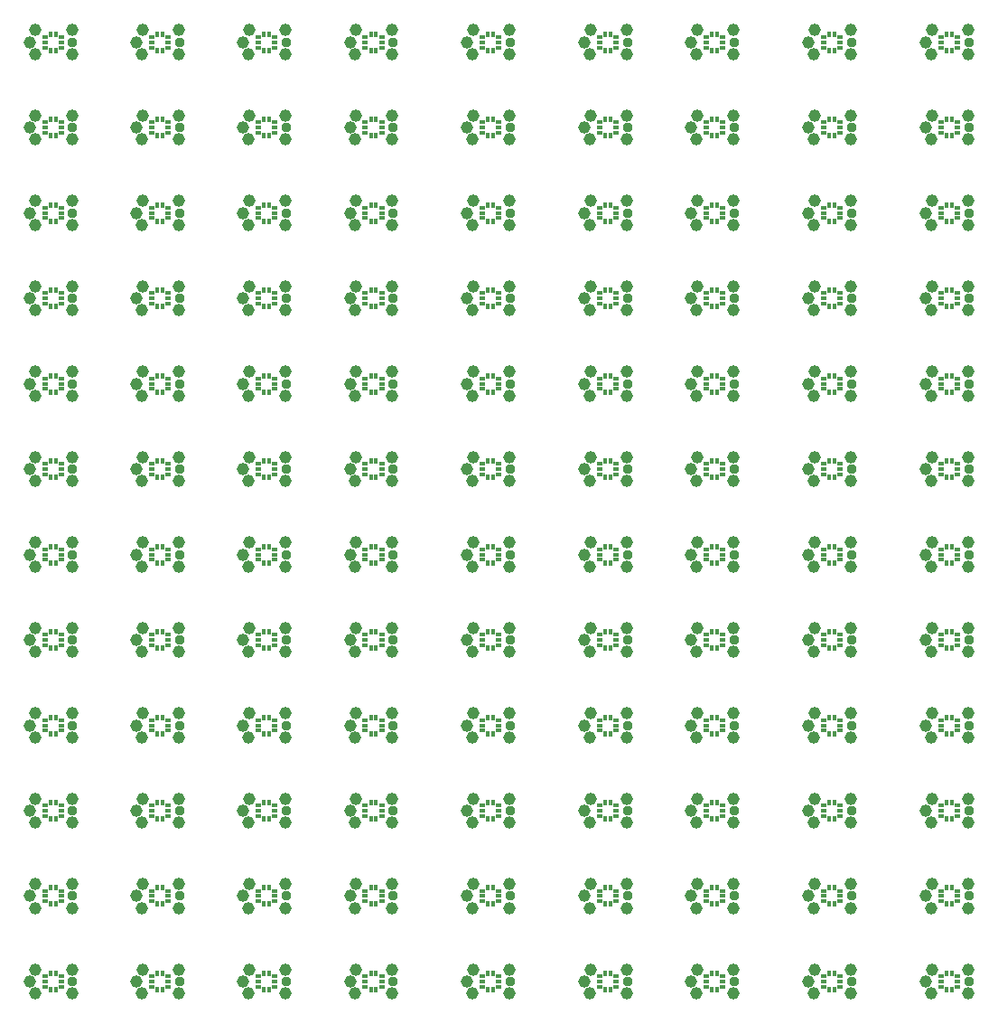
<source format=gts>
G75*
%MOIN*%
%OFA0B0*%
%FSLAX25Y25*%
%IPPOS*%
%LPD*%
%AMOC8*
5,1,8,0,0,1.08239X$1,22.5*
%
%ADD10C,0.04572*%
%ADD11R,0.01784X0.01883*%
%ADD12R,0.01883X0.01784*%
%ADD13C,0.03778*%
D10*
X0024135Y0024076D03*
X0022166Y0028465D03*
X0024253Y0032914D03*
X0037717Y0032914D03*
X0037757Y0024095D03*
X0061536Y0028465D03*
X0063505Y0024076D03*
X0063623Y0032914D03*
X0077087Y0032914D03*
X0077127Y0024095D03*
X0100906Y0028465D03*
X0102875Y0024076D03*
X0102993Y0032914D03*
X0116457Y0032914D03*
X0116497Y0024095D03*
X0140276Y0028465D03*
X0142245Y0024076D03*
X0142363Y0032914D03*
X0155828Y0032914D03*
X0155867Y0024095D03*
X0183583Y0028465D03*
X0185552Y0024076D03*
X0185670Y0032914D03*
X0199135Y0032914D03*
X0199174Y0024095D03*
X0226891Y0028465D03*
X0228859Y0024076D03*
X0228977Y0032914D03*
X0242442Y0032914D03*
X0242481Y0024095D03*
X0266261Y0028465D03*
X0268229Y0024076D03*
X0268347Y0032914D03*
X0281812Y0032914D03*
X0281851Y0024095D03*
X0309568Y0028465D03*
X0311536Y0024076D03*
X0311654Y0032914D03*
X0325119Y0032914D03*
X0325158Y0024095D03*
X0352875Y0028465D03*
X0354843Y0024076D03*
X0354961Y0032914D03*
X0368426Y0032914D03*
X0368465Y0024095D03*
X0368465Y0055591D03*
X0368426Y0064410D03*
X0354961Y0064410D03*
X0352875Y0059961D03*
X0354843Y0055572D03*
X0325158Y0055591D03*
X0325119Y0064410D03*
X0311654Y0064410D03*
X0309568Y0059961D03*
X0311536Y0055572D03*
X0281851Y0055591D03*
X0281812Y0064410D03*
X0268347Y0064410D03*
X0266261Y0059961D03*
X0268229Y0055572D03*
X0242481Y0055591D03*
X0242442Y0064410D03*
X0228977Y0064410D03*
X0226891Y0059961D03*
X0228859Y0055572D03*
X0199174Y0055591D03*
X0199135Y0064410D03*
X0185670Y0064410D03*
X0183583Y0059961D03*
X0185552Y0055572D03*
X0155867Y0055591D03*
X0155828Y0064410D03*
X0142363Y0064410D03*
X0140276Y0059961D03*
X0142245Y0055572D03*
X0116497Y0055591D03*
X0116457Y0064410D03*
X0102993Y0064410D03*
X0100906Y0059961D03*
X0102875Y0055572D03*
X0077127Y0055591D03*
X0077087Y0064410D03*
X0063623Y0064410D03*
X0061536Y0059961D03*
X0063505Y0055572D03*
X0037757Y0055591D03*
X0037717Y0064410D03*
X0024253Y0064410D03*
X0022166Y0059961D03*
X0024135Y0055572D03*
X0024135Y0087068D03*
X0022166Y0091457D03*
X0024253Y0095906D03*
X0037717Y0095906D03*
X0037757Y0087087D03*
X0061536Y0091457D03*
X0063623Y0095906D03*
X0063505Y0087068D03*
X0077127Y0087087D03*
X0077087Y0095906D03*
X0077127Y0118583D03*
X0077087Y0127402D03*
X0063623Y0127402D03*
X0061536Y0122954D03*
X0063505Y0118564D03*
X0037757Y0118583D03*
X0037717Y0127402D03*
X0024253Y0127402D03*
X0022166Y0122954D03*
X0024135Y0118564D03*
X0024135Y0150060D03*
X0022166Y0154450D03*
X0024253Y0158898D03*
X0037717Y0158898D03*
X0037757Y0150080D03*
X0061536Y0154450D03*
X0063505Y0150060D03*
X0063623Y0158898D03*
X0077087Y0158898D03*
X0077127Y0150080D03*
X0100906Y0154450D03*
X0102875Y0150060D03*
X0102993Y0158898D03*
X0116457Y0158898D03*
X0116497Y0150080D03*
X0116457Y0127402D03*
X0116497Y0118583D03*
X0102875Y0118564D03*
X0100906Y0122954D03*
X0102993Y0127402D03*
X0102993Y0095906D03*
X0100906Y0091457D03*
X0102875Y0087068D03*
X0116497Y0087087D03*
X0116457Y0095906D03*
X0140276Y0091457D03*
X0142363Y0095906D03*
X0142245Y0087068D03*
X0155867Y0087087D03*
X0155828Y0095906D03*
X0155867Y0118583D03*
X0155828Y0127402D03*
X0142363Y0127402D03*
X0140276Y0122954D03*
X0142245Y0118564D03*
X0142245Y0150060D03*
X0140276Y0154450D03*
X0142363Y0158898D03*
X0155828Y0158898D03*
X0155867Y0150080D03*
X0183583Y0154450D03*
X0185552Y0150060D03*
X0185670Y0158898D03*
X0199135Y0158898D03*
X0199174Y0150080D03*
X0199135Y0127402D03*
X0199174Y0118583D03*
X0185552Y0118564D03*
X0183583Y0122954D03*
X0185670Y0127402D03*
X0185670Y0095906D03*
X0183583Y0091457D03*
X0185552Y0087068D03*
X0199174Y0087087D03*
X0199135Y0095906D03*
X0226891Y0091457D03*
X0228977Y0095906D03*
X0228859Y0087068D03*
X0242481Y0087087D03*
X0242442Y0095906D03*
X0242481Y0118583D03*
X0242442Y0127402D03*
X0228977Y0127402D03*
X0226891Y0122954D03*
X0228859Y0118564D03*
X0228859Y0150060D03*
X0226891Y0154450D03*
X0228977Y0158898D03*
X0242442Y0158898D03*
X0242481Y0150080D03*
X0266261Y0154450D03*
X0268229Y0150060D03*
X0268347Y0158898D03*
X0281812Y0158898D03*
X0281851Y0150080D03*
X0281812Y0127402D03*
X0281851Y0118583D03*
X0268229Y0118564D03*
X0266261Y0122954D03*
X0268347Y0127402D03*
X0268347Y0095906D03*
X0266261Y0091457D03*
X0268229Y0087068D03*
X0281851Y0087087D03*
X0281812Y0095906D03*
X0309568Y0091457D03*
X0311654Y0095906D03*
X0311536Y0087068D03*
X0325158Y0087087D03*
X0325119Y0095906D03*
X0325158Y0118583D03*
X0325119Y0127402D03*
X0311654Y0127402D03*
X0309568Y0122954D03*
X0311536Y0118564D03*
X0311536Y0150060D03*
X0309568Y0154450D03*
X0311654Y0158898D03*
X0325119Y0158898D03*
X0325158Y0150080D03*
X0352875Y0154450D03*
X0354843Y0150060D03*
X0354961Y0158898D03*
X0368426Y0158898D03*
X0368465Y0150080D03*
X0368426Y0127402D03*
X0368465Y0118583D03*
X0354843Y0118564D03*
X0352875Y0122954D03*
X0354961Y0127402D03*
X0354961Y0095906D03*
X0352875Y0091457D03*
X0354843Y0087068D03*
X0368465Y0087087D03*
X0368426Y0095906D03*
X0368465Y0181576D03*
X0368426Y0190394D03*
X0354961Y0190394D03*
X0352875Y0185946D03*
X0354843Y0181556D03*
X0325158Y0181576D03*
X0325119Y0190394D03*
X0311654Y0190394D03*
X0309568Y0185946D03*
X0311536Y0181556D03*
X0281851Y0181576D03*
X0281812Y0190394D03*
X0268347Y0190394D03*
X0266261Y0185946D03*
X0268229Y0181556D03*
X0242481Y0181576D03*
X0242442Y0190394D03*
X0228977Y0190394D03*
X0226891Y0185946D03*
X0228859Y0181556D03*
X0199174Y0181576D03*
X0199135Y0190394D03*
X0185670Y0190394D03*
X0183583Y0185946D03*
X0185552Y0181556D03*
X0155867Y0181576D03*
X0155828Y0190394D03*
X0142363Y0190394D03*
X0140276Y0185946D03*
X0142245Y0181556D03*
X0116497Y0181576D03*
X0116457Y0190394D03*
X0102993Y0190394D03*
X0100906Y0185946D03*
X0102875Y0181556D03*
X0077127Y0181576D03*
X0077087Y0190394D03*
X0063623Y0190394D03*
X0061536Y0185946D03*
X0063505Y0181556D03*
X0037757Y0181576D03*
X0037717Y0190394D03*
X0024253Y0190394D03*
X0022166Y0185946D03*
X0024135Y0181556D03*
X0024135Y0213052D03*
X0022166Y0217442D03*
X0024253Y0221891D03*
X0037717Y0221891D03*
X0037757Y0213072D03*
X0061536Y0217442D03*
X0063505Y0213052D03*
X0063623Y0221891D03*
X0077087Y0221891D03*
X0077127Y0213072D03*
X0100906Y0217442D03*
X0102875Y0213052D03*
X0102993Y0221891D03*
X0116457Y0221891D03*
X0116497Y0213072D03*
X0140276Y0217442D03*
X0142245Y0213052D03*
X0142363Y0221891D03*
X0155828Y0221891D03*
X0155867Y0213072D03*
X0183583Y0217442D03*
X0185552Y0213052D03*
X0185670Y0221891D03*
X0199135Y0221891D03*
X0199174Y0213072D03*
X0226891Y0217442D03*
X0228859Y0213052D03*
X0228977Y0221891D03*
X0242442Y0221891D03*
X0242481Y0213072D03*
X0266261Y0217442D03*
X0268229Y0213052D03*
X0268347Y0221891D03*
X0281812Y0221891D03*
X0281851Y0213072D03*
X0309568Y0217442D03*
X0311536Y0213052D03*
X0311654Y0221891D03*
X0325119Y0221891D03*
X0325158Y0213072D03*
X0352875Y0217442D03*
X0354843Y0213052D03*
X0354961Y0221891D03*
X0368426Y0221891D03*
X0368465Y0213072D03*
X0368465Y0244568D03*
X0368426Y0253387D03*
X0354961Y0253387D03*
X0352875Y0248938D03*
X0354843Y0244548D03*
X0325158Y0244568D03*
X0325119Y0253387D03*
X0311654Y0253387D03*
X0309568Y0248938D03*
X0311536Y0244548D03*
X0281851Y0244568D03*
X0281812Y0253387D03*
X0268347Y0253387D03*
X0266261Y0248938D03*
X0268229Y0244548D03*
X0242481Y0244568D03*
X0242442Y0253387D03*
X0228977Y0253387D03*
X0226891Y0248938D03*
X0228859Y0244548D03*
X0199174Y0244568D03*
X0199135Y0253387D03*
X0185670Y0253387D03*
X0183583Y0248938D03*
X0185552Y0244548D03*
X0155867Y0244568D03*
X0155828Y0253387D03*
X0142363Y0253387D03*
X0140276Y0248938D03*
X0142245Y0244548D03*
X0116497Y0244568D03*
X0116457Y0253387D03*
X0102993Y0253387D03*
X0100906Y0248938D03*
X0102875Y0244548D03*
X0077127Y0244568D03*
X0077087Y0253387D03*
X0063623Y0253387D03*
X0061536Y0248938D03*
X0063505Y0244548D03*
X0037757Y0244568D03*
X0037717Y0253387D03*
X0024253Y0253387D03*
X0022166Y0248938D03*
X0024135Y0244548D03*
X0024135Y0276044D03*
X0022166Y0280434D03*
X0024253Y0284883D03*
X0037717Y0284883D03*
X0037757Y0276064D03*
X0061536Y0280434D03*
X0063505Y0276044D03*
X0063623Y0284883D03*
X0077087Y0284883D03*
X0077127Y0276064D03*
X0100906Y0280434D03*
X0102875Y0276044D03*
X0102993Y0284883D03*
X0116457Y0284883D03*
X0116497Y0276064D03*
X0140276Y0280434D03*
X0142245Y0276044D03*
X0142363Y0284883D03*
X0155828Y0284883D03*
X0155867Y0276064D03*
X0183583Y0280434D03*
X0185552Y0276044D03*
X0185670Y0284883D03*
X0199135Y0284883D03*
X0199174Y0276064D03*
X0226891Y0280434D03*
X0228859Y0276044D03*
X0228977Y0284883D03*
X0242442Y0284883D03*
X0242481Y0276064D03*
X0266261Y0280434D03*
X0268229Y0276044D03*
X0268347Y0284883D03*
X0281812Y0284883D03*
X0281851Y0276064D03*
X0309568Y0280434D03*
X0311536Y0276044D03*
X0311654Y0284883D03*
X0325119Y0284883D03*
X0325158Y0276064D03*
X0352875Y0280434D03*
X0354843Y0276044D03*
X0354961Y0284883D03*
X0368426Y0284883D03*
X0368465Y0276064D03*
X0368465Y0307560D03*
X0368426Y0316379D03*
X0354961Y0316379D03*
X0352875Y0311930D03*
X0354843Y0307540D03*
X0325158Y0307560D03*
X0325119Y0316379D03*
X0311654Y0316379D03*
X0309568Y0311930D03*
X0311536Y0307540D03*
X0281851Y0307560D03*
X0281812Y0316379D03*
X0268347Y0316379D03*
X0266261Y0311930D03*
X0268229Y0307540D03*
X0242481Y0307560D03*
X0242442Y0316379D03*
X0228977Y0316379D03*
X0226891Y0311930D03*
X0228859Y0307540D03*
X0199174Y0307560D03*
X0199135Y0316379D03*
X0185670Y0316379D03*
X0183583Y0311930D03*
X0185552Y0307540D03*
X0155867Y0307560D03*
X0155828Y0316379D03*
X0142363Y0316379D03*
X0140276Y0311930D03*
X0142245Y0307540D03*
X0116497Y0307560D03*
X0116457Y0316379D03*
X0102993Y0316379D03*
X0100906Y0311930D03*
X0102875Y0307540D03*
X0077127Y0307560D03*
X0077087Y0316379D03*
X0063623Y0316379D03*
X0061536Y0311930D03*
X0063505Y0307540D03*
X0037757Y0307560D03*
X0037717Y0316379D03*
X0024253Y0316379D03*
X0022166Y0311930D03*
X0024135Y0307540D03*
X0024135Y0339036D03*
X0022166Y0343426D03*
X0024253Y0347875D03*
X0037717Y0347875D03*
X0037757Y0339056D03*
X0061536Y0343426D03*
X0063505Y0339036D03*
X0063623Y0347875D03*
X0077087Y0347875D03*
X0077127Y0339056D03*
X0100906Y0343426D03*
X0102875Y0339036D03*
X0102993Y0347875D03*
X0116457Y0347875D03*
X0116497Y0339056D03*
X0140276Y0343426D03*
X0142245Y0339036D03*
X0142363Y0347875D03*
X0155828Y0347875D03*
X0155867Y0339056D03*
X0183583Y0343426D03*
X0185552Y0339036D03*
X0185670Y0347875D03*
X0199135Y0347875D03*
X0199174Y0339056D03*
X0226891Y0343426D03*
X0228859Y0339036D03*
X0228977Y0347875D03*
X0242442Y0347875D03*
X0242481Y0339056D03*
X0266261Y0343426D03*
X0268229Y0339036D03*
X0268347Y0347875D03*
X0281812Y0347875D03*
X0281851Y0339056D03*
X0309568Y0343426D03*
X0311536Y0339036D03*
X0311654Y0347875D03*
X0325119Y0347875D03*
X0325158Y0339056D03*
X0352875Y0343426D03*
X0354843Y0339036D03*
X0354961Y0347875D03*
X0368426Y0347875D03*
X0368465Y0339056D03*
X0368465Y0370552D03*
X0368426Y0379371D03*
X0354961Y0379371D03*
X0352875Y0374922D03*
X0354843Y0370532D03*
X0325158Y0370552D03*
X0325119Y0379371D03*
X0311654Y0379371D03*
X0309568Y0374922D03*
X0311536Y0370532D03*
X0281851Y0370552D03*
X0281812Y0379371D03*
X0268347Y0379371D03*
X0266261Y0374922D03*
X0268229Y0370532D03*
X0242481Y0370552D03*
X0242442Y0379371D03*
X0228977Y0379371D03*
X0226891Y0374922D03*
X0228859Y0370532D03*
X0199174Y0370552D03*
X0199135Y0379371D03*
X0185670Y0379371D03*
X0183583Y0374922D03*
X0185552Y0370532D03*
X0155867Y0370552D03*
X0155828Y0379371D03*
X0142363Y0379371D03*
X0140276Y0374922D03*
X0142245Y0370532D03*
X0116497Y0370552D03*
X0116457Y0379371D03*
X0102993Y0379371D03*
X0100906Y0374922D03*
X0102875Y0370532D03*
X0077127Y0370552D03*
X0077087Y0379371D03*
X0063623Y0379371D03*
X0061536Y0374922D03*
X0063505Y0370532D03*
X0037757Y0370552D03*
X0037717Y0379371D03*
X0024253Y0379371D03*
X0022166Y0374922D03*
X0024135Y0370532D03*
D11*
X0029843Y0371920D03*
X0031812Y0371920D03*
X0031812Y0377924D03*
X0029843Y0377924D03*
X0029843Y0346428D03*
X0031812Y0346428D03*
X0031812Y0340424D03*
X0029843Y0340424D03*
X0029843Y0314932D03*
X0031812Y0314932D03*
X0031812Y0308928D03*
X0029843Y0308928D03*
X0029843Y0283436D03*
X0031812Y0283436D03*
X0031812Y0277432D03*
X0029843Y0277432D03*
X0029843Y0251940D03*
X0031812Y0251940D03*
X0031812Y0245936D03*
X0029843Y0245936D03*
X0029843Y0220444D03*
X0031812Y0220444D03*
X0031812Y0214440D03*
X0029843Y0214440D03*
X0029843Y0188948D03*
X0031812Y0188948D03*
X0031812Y0182944D03*
X0029843Y0182944D03*
X0029843Y0157452D03*
X0031812Y0157452D03*
X0031812Y0151448D03*
X0029843Y0151448D03*
X0029843Y0125956D03*
X0031812Y0125956D03*
X0031812Y0119952D03*
X0029843Y0119952D03*
X0029843Y0094459D03*
X0031812Y0094459D03*
X0031812Y0088456D03*
X0029843Y0088456D03*
X0029843Y0062963D03*
X0031812Y0062963D03*
X0031812Y0056959D03*
X0029843Y0056959D03*
X0029843Y0031467D03*
X0031812Y0031467D03*
X0031812Y0025463D03*
X0029843Y0025463D03*
X0069213Y0025463D03*
X0071182Y0025463D03*
X0071182Y0031467D03*
X0069213Y0031467D03*
X0069213Y0056959D03*
X0071182Y0056959D03*
X0071182Y0062963D03*
X0069213Y0062963D03*
X0069213Y0088456D03*
X0071182Y0088456D03*
X0071182Y0094459D03*
X0069213Y0094459D03*
X0069213Y0119952D03*
X0071182Y0119952D03*
X0071182Y0125956D03*
X0069213Y0125956D03*
X0069213Y0151448D03*
X0071182Y0151448D03*
X0071182Y0157452D03*
X0069213Y0157452D03*
X0069213Y0182944D03*
X0071182Y0182944D03*
X0071182Y0188948D03*
X0069213Y0188948D03*
X0069213Y0214440D03*
X0071182Y0214440D03*
X0071182Y0220444D03*
X0069213Y0220444D03*
X0069213Y0245936D03*
X0071182Y0245936D03*
X0071182Y0251940D03*
X0069213Y0251940D03*
X0069213Y0277432D03*
X0071182Y0277432D03*
X0071182Y0283436D03*
X0069213Y0283436D03*
X0069213Y0308928D03*
X0071182Y0308928D03*
X0071182Y0314932D03*
X0069213Y0314932D03*
X0069213Y0340424D03*
X0071182Y0340424D03*
X0071182Y0346428D03*
X0069213Y0346428D03*
X0069213Y0371920D03*
X0071182Y0371920D03*
X0071182Y0377924D03*
X0069213Y0377924D03*
X0108583Y0377924D03*
X0110552Y0377924D03*
X0110552Y0371920D03*
X0108583Y0371920D03*
X0108583Y0346428D03*
X0110552Y0346428D03*
X0110552Y0340424D03*
X0108583Y0340424D03*
X0108583Y0314932D03*
X0110552Y0314932D03*
X0110552Y0308928D03*
X0108583Y0308928D03*
X0108583Y0283436D03*
X0110552Y0283436D03*
X0110552Y0277432D03*
X0108583Y0277432D03*
X0108583Y0251940D03*
X0110552Y0251940D03*
X0110552Y0245936D03*
X0108583Y0245936D03*
X0108583Y0220444D03*
X0110552Y0220444D03*
X0110552Y0214440D03*
X0108583Y0214440D03*
X0108583Y0188948D03*
X0110552Y0188948D03*
X0110552Y0182944D03*
X0108583Y0182944D03*
X0108583Y0157452D03*
X0110552Y0157452D03*
X0110552Y0151448D03*
X0108583Y0151448D03*
X0108583Y0125956D03*
X0110552Y0125956D03*
X0110552Y0119952D03*
X0108583Y0119952D03*
X0108583Y0094459D03*
X0110552Y0094459D03*
X0110552Y0088456D03*
X0108583Y0088456D03*
X0108583Y0062963D03*
X0110552Y0062963D03*
X0110552Y0056959D03*
X0108583Y0056959D03*
X0108583Y0031467D03*
X0110552Y0031467D03*
X0110552Y0025463D03*
X0108583Y0025463D03*
X0147954Y0025463D03*
X0149922Y0025463D03*
X0149922Y0031467D03*
X0147954Y0031467D03*
X0147954Y0056959D03*
X0149922Y0056959D03*
X0149922Y0062963D03*
X0147954Y0062963D03*
X0147954Y0088456D03*
X0149922Y0088456D03*
X0149922Y0094459D03*
X0147954Y0094459D03*
X0147954Y0119952D03*
X0149922Y0119952D03*
X0149922Y0125956D03*
X0147954Y0125956D03*
X0147954Y0151448D03*
X0149922Y0151448D03*
X0149922Y0157452D03*
X0147954Y0157452D03*
X0147954Y0182944D03*
X0149922Y0182944D03*
X0149922Y0188948D03*
X0147954Y0188948D03*
X0147954Y0214440D03*
X0149922Y0214440D03*
X0149922Y0220444D03*
X0147954Y0220444D03*
X0147954Y0245936D03*
X0149922Y0245936D03*
X0149922Y0251940D03*
X0147954Y0251940D03*
X0147954Y0277432D03*
X0149922Y0277432D03*
X0149922Y0283436D03*
X0147954Y0283436D03*
X0147954Y0308928D03*
X0149922Y0308928D03*
X0149922Y0314932D03*
X0147954Y0314932D03*
X0147954Y0340424D03*
X0149922Y0340424D03*
X0149922Y0346428D03*
X0147954Y0346428D03*
X0147954Y0371920D03*
X0149922Y0371920D03*
X0149922Y0377924D03*
X0147954Y0377924D03*
X0191261Y0377924D03*
X0193229Y0377924D03*
X0193229Y0371920D03*
X0191261Y0371920D03*
X0191261Y0346428D03*
X0193229Y0346428D03*
X0193229Y0340424D03*
X0191261Y0340424D03*
X0191261Y0314932D03*
X0193229Y0314932D03*
X0193229Y0308928D03*
X0191261Y0308928D03*
X0191261Y0283436D03*
X0193229Y0283436D03*
X0193229Y0277432D03*
X0191261Y0277432D03*
X0191261Y0251940D03*
X0193229Y0251940D03*
X0193229Y0245936D03*
X0191261Y0245936D03*
X0191261Y0220444D03*
X0193229Y0220444D03*
X0193229Y0214440D03*
X0191261Y0214440D03*
X0191261Y0188948D03*
X0193229Y0188948D03*
X0193229Y0182944D03*
X0191261Y0182944D03*
X0191261Y0157452D03*
X0193229Y0157452D03*
X0193229Y0151448D03*
X0191261Y0151448D03*
X0191261Y0125956D03*
X0193229Y0125956D03*
X0193229Y0119952D03*
X0191261Y0119952D03*
X0191261Y0094459D03*
X0193229Y0094459D03*
X0193229Y0088456D03*
X0191261Y0088456D03*
X0191261Y0062963D03*
X0193229Y0062963D03*
X0193229Y0056959D03*
X0191261Y0056959D03*
X0191261Y0031467D03*
X0193229Y0031467D03*
X0193229Y0025463D03*
X0191261Y0025463D03*
X0234568Y0025463D03*
X0236536Y0025463D03*
X0236536Y0031467D03*
X0234568Y0031467D03*
X0234568Y0056959D03*
X0236536Y0056959D03*
X0236536Y0062963D03*
X0234568Y0062963D03*
X0234568Y0088456D03*
X0236536Y0088456D03*
X0236536Y0094459D03*
X0234568Y0094459D03*
X0234568Y0119952D03*
X0236536Y0119952D03*
X0236536Y0125956D03*
X0234568Y0125956D03*
X0234568Y0151448D03*
X0236536Y0151448D03*
X0236536Y0157452D03*
X0234568Y0157452D03*
X0234568Y0182944D03*
X0236536Y0182944D03*
X0236536Y0188948D03*
X0234568Y0188948D03*
X0234568Y0214440D03*
X0236536Y0214440D03*
X0236536Y0220444D03*
X0234568Y0220444D03*
X0234568Y0245936D03*
X0236536Y0245936D03*
X0236536Y0251940D03*
X0234568Y0251940D03*
X0234568Y0277432D03*
X0236536Y0277432D03*
X0236536Y0283436D03*
X0234568Y0283436D03*
X0234568Y0308928D03*
X0236536Y0308928D03*
X0236536Y0314932D03*
X0234568Y0314932D03*
X0234568Y0340424D03*
X0236536Y0340424D03*
X0236536Y0346428D03*
X0234568Y0346428D03*
X0234568Y0371920D03*
X0236536Y0371920D03*
X0236536Y0377924D03*
X0234568Y0377924D03*
X0273938Y0377924D03*
X0275906Y0377924D03*
X0275906Y0371920D03*
X0273938Y0371920D03*
X0273938Y0346428D03*
X0275906Y0346428D03*
X0275906Y0340424D03*
X0273938Y0340424D03*
X0273938Y0314932D03*
X0275906Y0314932D03*
X0275906Y0308928D03*
X0273938Y0308928D03*
X0273938Y0283436D03*
X0275906Y0283436D03*
X0275906Y0277432D03*
X0273938Y0277432D03*
X0273938Y0251940D03*
X0275906Y0251940D03*
X0275906Y0245936D03*
X0273938Y0245936D03*
X0273938Y0220444D03*
X0275906Y0220444D03*
X0275906Y0214440D03*
X0273938Y0214440D03*
X0273938Y0188948D03*
X0275906Y0188948D03*
X0275906Y0182944D03*
X0273938Y0182944D03*
X0273938Y0157452D03*
X0275906Y0157452D03*
X0275906Y0151448D03*
X0273938Y0151448D03*
X0273938Y0125956D03*
X0275906Y0125956D03*
X0275906Y0119952D03*
X0273938Y0119952D03*
X0273938Y0094459D03*
X0275906Y0094459D03*
X0275906Y0088456D03*
X0273938Y0088456D03*
X0273938Y0062963D03*
X0275906Y0062963D03*
X0275906Y0056959D03*
X0273938Y0056959D03*
X0273938Y0031467D03*
X0275906Y0031467D03*
X0275906Y0025463D03*
X0273938Y0025463D03*
X0317245Y0025463D03*
X0319213Y0025463D03*
X0319213Y0031467D03*
X0317245Y0031467D03*
X0317245Y0056959D03*
X0319213Y0056959D03*
X0319213Y0062963D03*
X0317245Y0062963D03*
X0317245Y0088456D03*
X0319213Y0088456D03*
X0319213Y0094459D03*
X0317245Y0094459D03*
X0317245Y0119952D03*
X0319213Y0119952D03*
X0319213Y0125956D03*
X0317245Y0125956D03*
X0317245Y0151448D03*
X0319213Y0151448D03*
X0319213Y0157452D03*
X0317245Y0157452D03*
X0317245Y0182944D03*
X0319213Y0182944D03*
X0319213Y0188948D03*
X0317245Y0188948D03*
X0317245Y0214440D03*
X0319213Y0214440D03*
X0319213Y0220444D03*
X0317245Y0220444D03*
X0317245Y0245936D03*
X0319213Y0245936D03*
X0319213Y0251940D03*
X0317245Y0251940D03*
X0317245Y0277432D03*
X0319213Y0277432D03*
X0319213Y0283436D03*
X0317245Y0283436D03*
X0317245Y0308928D03*
X0319213Y0308928D03*
X0319213Y0314932D03*
X0317245Y0314932D03*
X0317245Y0340424D03*
X0319213Y0340424D03*
X0319213Y0346428D03*
X0317245Y0346428D03*
X0317245Y0371920D03*
X0319213Y0371920D03*
X0319213Y0377924D03*
X0317245Y0377924D03*
X0360552Y0377924D03*
X0362520Y0377924D03*
X0362520Y0371920D03*
X0360552Y0371920D03*
X0360552Y0346428D03*
X0362520Y0346428D03*
X0362520Y0340424D03*
X0360552Y0340424D03*
X0360552Y0314932D03*
X0362520Y0314932D03*
X0362520Y0308928D03*
X0360552Y0308928D03*
X0360552Y0283436D03*
X0362520Y0283436D03*
X0362520Y0277432D03*
X0360552Y0277432D03*
X0360552Y0251940D03*
X0362520Y0251940D03*
X0362520Y0245936D03*
X0360552Y0245936D03*
X0360552Y0220444D03*
X0362520Y0220444D03*
X0362520Y0214440D03*
X0360552Y0214440D03*
X0360552Y0188948D03*
X0362520Y0188948D03*
X0362520Y0182944D03*
X0360552Y0182944D03*
X0360552Y0157452D03*
X0362520Y0157452D03*
X0362520Y0151448D03*
X0360552Y0151448D03*
X0360552Y0125956D03*
X0362520Y0125956D03*
X0362520Y0119952D03*
X0360552Y0119952D03*
X0360552Y0094459D03*
X0362520Y0094459D03*
X0362520Y0088456D03*
X0360552Y0088456D03*
X0360552Y0062963D03*
X0362520Y0062963D03*
X0362520Y0056959D03*
X0360552Y0056959D03*
X0360552Y0031467D03*
X0362520Y0031467D03*
X0362520Y0025463D03*
X0360552Y0025463D03*
D12*
X0358534Y0026497D03*
X0358534Y0028465D03*
X0358534Y0030434D03*
X0364538Y0030434D03*
X0364538Y0028465D03*
X0364538Y0026497D03*
X0364538Y0057993D03*
X0364538Y0059961D03*
X0364538Y0061930D03*
X0358534Y0061930D03*
X0358534Y0059961D03*
X0358534Y0057993D03*
X0358534Y0089489D03*
X0358534Y0091457D03*
X0358534Y0093426D03*
X0364538Y0093426D03*
X0364538Y0091457D03*
X0364538Y0089489D03*
X0364538Y0120985D03*
X0364538Y0122954D03*
X0364538Y0124922D03*
X0358534Y0124922D03*
X0358534Y0122954D03*
X0358534Y0120985D03*
X0358534Y0152481D03*
X0358534Y0154450D03*
X0358534Y0156418D03*
X0364538Y0156418D03*
X0364538Y0154450D03*
X0364538Y0152481D03*
X0364538Y0183977D03*
X0364538Y0185946D03*
X0364538Y0187914D03*
X0358534Y0187914D03*
X0358534Y0185946D03*
X0358534Y0183977D03*
X0358534Y0215473D03*
X0358534Y0217442D03*
X0358534Y0219410D03*
X0364538Y0219410D03*
X0364538Y0217442D03*
X0364538Y0215473D03*
X0364538Y0246969D03*
X0364538Y0248938D03*
X0364538Y0250906D03*
X0358534Y0250906D03*
X0358534Y0248938D03*
X0358534Y0246969D03*
X0358534Y0278465D03*
X0358534Y0280434D03*
X0358534Y0282402D03*
X0364538Y0282402D03*
X0364538Y0280434D03*
X0364538Y0278465D03*
X0364538Y0309961D03*
X0364538Y0311930D03*
X0364538Y0313898D03*
X0358534Y0313898D03*
X0358534Y0311930D03*
X0358534Y0309961D03*
X0358534Y0341457D03*
X0358534Y0343426D03*
X0358534Y0345394D03*
X0364538Y0345394D03*
X0364538Y0343426D03*
X0364538Y0341457D03*
X0364538Y0372954D03*
X0364538Y0374922D03*
X0364538Y0376891D03*
X0358534Y0376891D03*
X0358534Y0374922D03*
X0358534Y0372954D03*
X0321231Y0372954D03*
X0321231Y0374922D03*
X0321231Y0376891D03*
X0315227Y0376891D03*
X0315227Y0374922D03*
X0315227Y0372954D03*
X0315227Y0345394D03*
X0315227Y0343426D03*
X0315227Y0341457D03*
X0321231Y0341457D03*
X0321231Y0343426D03*
X0321231Y0345394D03*
X0321231Y0313898D03*
X0321231Y0311930D03*
X0321231Y0309961D03*
X0315227Y0309961D03*
X0315227Y0311930D03*
X0315227Y0313898D03*
X0315227Y0282402D03*
X0315227Y0280434D03*
X0315227Y0278465D03*
X0321231Y0278465D03*
X0321231Y0280434D03*
X0321231Y0282402D03*
X0321231Y0250906D03*
X0321231Y0248938D03*
X0321231Y0246969D03*
X0315227Y0246969D03*
X0315227Y0248938D03*
X0315227Y0250906D03*
X0315227Y0219410D03*
X0315227Y0217442D03*
X0315227Y0215473D03*
X0321231Y0215473D03*
X0321231Y0217442D03*
X0321231Y0219410D03*
X0321231Y0187914D03*
X0321231Y0185946D03*
X0321231Y0183977D03*
X0315227Y0183977D03*
X0315227Y0185946D03*
X0315227Y0187914D03*
X0315227Y0156418D03*
X0315227Y0154450D03*
X0315227Y0152481D03*
X0321231Y0152481D03*
X0321231Y0154450D03*
X0321231Y0156418D03*
X0321231Y0124922D03*
X0321231Y0122954D03*
X0321231Y0120985D03*
X0315227Y0120985D03*
X0315227Y0122954D03*
X0315227Y0124922D03*
X0315227Y0093426D03*
X0315227Y0091457D03*
X0315227Y0089489D03*
X0321231Y0089489D03*
X0321231Y0091457D03*
X0321231Y0093426D03*
X0321231Y0061930D03*
X0321231Y0059961D03*
X0321231Y0057993D03*
X0315227Y0057993D03*
X0315227Y0059961D03*
X0315227Y0061930D03*
X0315227Y0030434D03*
X0315227Y0028465D03*
X0315227Y0026497D03*
X0321231Y0026497D03*
X0321231Y0028465D03*
X0321231Y0030434D03*
X0277924Y0030434D03*
X0277924Y0028465D03*
X0277924Y0026497D03*
X0271920Y0026497D03*
X0271920Y0028465D03*
X0271920Y0030434D03*
X0271920Y0057993D03*
X0271920Y0059961D03*
X0271920Y0061930D03*
X0277924Y0061930D03*
X0277924Y0059961D03*
X0277924Y0057993D03*
X0277924Y0089489D03*
X0277924Y0091457D03*
X0277924Y0093426D03*
X0271920Y0093426D03*
X0271920Y0091457D03*
X0271920Y0089489D03*
X0271920Y0120985D03*
X0271920Y0122954D03*
X0271920Y0124922D03*
X0277924Y0124922D03*
X0277924Y0122954D03*
X0277924Y0120985D03*
X0277924Y0152481D03*
X0277924Y0154450D03*
X0277924Y0156418D03*
X0271920Y0156418D03*
X0271920Y0154450D03*
X0271920Y0152481D03*
X0271920Y0183977D03*
X0271920Y0185946D03*
X0271920Y0187914D03*
X0277924Y0187914D03*
X0277924Y0185946D03*
X0277924Y0183977D03*
X0277924Y0215473D03*
X0277924Y0217442D03*
X0277924Y0219410D03*
X0271920Y0219410D03*
X0271920Y0217442D03*
X0271920Y0215473D03*
X0271920Y0246969D03*
X0271920Y0248938D03*
X0271920Y0250906D03*
X0277924Y0250906D03*
X0277924Y0248938D03*
X0277924Y0246969D03*
X0277924Y0278465D03*
X0277924Y0280434D03*
X0277924Y0282402D03*
X0271920Y0282402D03*
X0271920Y0280434D03*
X0271920Y0278465D03*
X0271920Y0309961D03*
X0271920Y0311930D03*
X0271920Y0313898D03*
X0277924Y0313898D03*
X0277924Y0311930D03*
X0277924Y0309961D03*
X0277924Y0341457D03*
X0277924Y0343426D03*
X0277924Y0345394D03*
X0271920Y0345394D03*
X0271920Y0343426D03*
X0271920Y0341457D03*
X0271920Y0372954D03*
X0271920Y0374922D03*
X0271920Y0376891D03*
X0277924Y0376891D03*
X0277924Y0374922D03*
X0277924Y0372954D03*
X0238554Y0372954D03*
X0238554Y0374922D03*
X0238554Y0376891D03*
X0232550Y0376891D03*
X0232550Y0374922D03*
X0232550Y0372954D03*
X0232550Y0345394D03*
X0232550Y0343426D03*
X0232550Y0341457D03*
X0238554Y0341457D03*
X0238554Y0343426D03*
X0238554Y0345394D03*
X0238554Y0313898D03*
X0238554Y0311930D03*
X0238554Y0309961D03*
X0232550Y0309961D03*
X0232550Y0311930D03*
X0232550Y0313898D03*
X0232550Y0282402D03*
X0232550Y0280434D03*
X0232550Y0278465D03*
X0238554Y0278465D03*
X0238554Y0280434D03*
X0238554Y0282402D03*
X0238554Y0250906D03*
X0238554Y0248938D03*
X0238554Y0246969D03*
X0232550Y0246969D03*
X0232550Y0248938D03*
X0232550Y0250906D03*
X0232550Y0219410D03*
X0232550Y0217442D03*
X0232550Y0215473D03*
X0238554Y0215473D03*
X0238554Y0217442D03*
X0238554Y0219410D03*
X0238554Y0187914D03*
X0238554Y0185946D03*
X0238554Y0183977D03*
X0232550Y0183977D03*
X0232550Y0185946D03*
X0232550Y0187914D03*
X0232550Y0156418D03*
X0232550Y0154450D03*
X0232550Y0152481D03*
X0238554Y0152481D03*
X0238554Y0154450D03*
X0238554Y0156418D03*
X0238554Y0124922D03*
X0238554Y0122954D03*
X0238554Y0120985D03*
X0232550Y0120985D03*
X0232550Y0122954D03*
X0232550Y0124922D03*
X0232550Y0093426D03*
X0232550Y0091457D03*
X0232550Y0089489D03*
X0238554Y0089489D03*
X0238554Y0091457D03*
X0238554Y0093426D03*
X0238554Y0061930D03*
X0238554Y0059961D03*
X0238554Y0057993D03*
X0232550Y0057993D03*
X0232550Y0059961D03*
X0232550Y0061930D03*
X0232550Y0030434D03*
X0232550Y0028465D03*
X0232550Y0026497D03*
X0238554Y0026497D03*
X0238554Y0028465D03*
X0238554Y0030434D03*
X0195247Y0030434D03*
X0195247Y0028465D03*
X0195247Y0026497D03*
X0189243Y0026497D03*
X0189243Y0028465D03*
X0189243Y0030434D03*
X0189243Y0057993D03*
X0189243Y0059961D03*
X0189243Y0061930D03*
X0195247Y0061930D03*
X0195247Y0059961D03*
X0195247Y0057993D03*
X0195247Y0089489D03*
X0195247Y0091457D03*
X0195247Y0093426D03*
X0189243Y0093426D03*
X0189243Y0091457D03*
X0189243Y0089489D03*
X0189243Y0120985D03*
X0189243Y0122954D03*
X0189243Y0124922D03*
X0195247Y0124922D03*
X0195247Y0122954D03*
X0195247Y0120985D03*
X0195247Y0152481D03*
X0195247Y0154450D03*
X0195247Y0156418D03*
X0189243Y0156418D03*
X0189243Y0154450D03*
X0189243Y0152481D03*
X0189243Y0183977D03*
X0189243Y0185946D03*
X0189243Y0187914D03*
X0195247Y0187914D03*
X0195247Y0185946D03*
X0195247Y0183977D03*
X0195247Y0215473D03*
X0195247Y0217442D03*
X0195247Y0219410D03*
X0189243Y0219410D03*
X0189243Y0217442D03*
X0189243Y0215473D03*
X0189243Y0246969D03*
X0189243Y0248938D03*
X0189243Y0250906D03*
X0195247Y0250906D03*
X0195247Y0248938D03*
X0195247Y0246969D03*
X0195247Y0278465D03*
X0195247Y0280434D03*
X0195247Y0282402D03*
X0189243Y0282402D03*
X0189243Y0280434D03*
X0189243Y0278465D03*
X0189243Y0309961D03*
X0189243Y0311930D03*
X0189243Y0313898D03*
X0195247Y0313898D03*
X0195247Y0311930D03*
X0195247Y0309961D03*
X0195247Y0341457D03*
X0195247Y0343426D03*
X0195247Y0345394D03*
X0189243Y0345394D03*
X0189243Y0343426D03*
X0189243Y0341457D03*
X0189243Y0372954D03*
X0189243Y0374922D03*
X0189243Y0376891D03*
X0195247Y0376891D03*
X0195247Y0374922D03*
X0195247Y0372954D03*
X0151940Y0372954D03*
X0151940Y0374922D03*
X0151940Y0376891D03*
X0145936Y0376891D03*
X0145936Y0374922D03*
X0145936Y0372954D03*
X0145936Y0345394D03*
X0145936Y0343426D03*
X0145936Y0341457D03*
X0151940Y0341457D03*
X0151940Y0343426D03*
X0151940Y0345394D03*
X0151940Y0313898D03*
X0151940Y0311930D03*
X0151940Y0309961D03*
X0145936Y0309961D03*
X0145936Y0311930D03*
X0145936Y0313898D03*
X0145936Y0282402D03*
X0145936Y0280434D03*
X0145936Y0278465D03*
X0151940Y0278465D03*
X0151940Y0280434D03*
X0151940Y0282402D03*
X0151940Y0250906D03*
X0151940Y0248938D03*
X0151940Y0246969D03*
X0145936Y0246969D03*
X0145936Y0248938D03*
X0145936Y0250906D03*
X0145936Y0219410D03*
X0145936Y0217442D03*
X0145936Y0215473D03*
X0151940Y0215473D03*
X0151940Y0217442D03*
X0151940Y0219410D03*
X0151940Y0187914D03*
X0151940Y0185946D03*
X0151940Y0183977D03*
X0145936Y0183977D03*
X0145936Y0185946D03*
X0145936Y0187914D03*
X0145936Y0156418D03*
X0145936Y0154450D03*
X0145936Y0152481D03*
X0151940Y0152481D03*
X0151940Y0154450D03*
X0151940Y0156418D03*
X0151940Y0124922D03*
X0151940Y0122954D03*
X0151940Y0120985D03*
X0145936Y0120985D03*
X0145936Y0122954D03*
X0145936Y0124922D03*
X0145936Y0093426D03*
X0145936Y0091457D03*
X0145936Y0089489D03*
X0151940Y0089489D03*
X0151940Y0091457D03*
X0151940Y0093426D03*
X0151940Y0061930D03*
X0151940Y0059961D03*
X0151940Y0057993D03*
X0145936Y0057993D03*
X0145936Y0059961D03*
X0145936Y0061930D03*
X0145936Y0030434D03*
X0145936Y0028465D03*
X0145936Y0026497D03*
X0151940Y0026497D03*
X0151940Y0028465D03*
X0151940Y0030434D03*
X0112570Y0030434D03*
X0112570Y0028465D03*
X0112570Y0026497D03*
X0106566Y0026497D03*
X0106566Y0028465D03*
X0106566Y0030434D03*
X0106566Y0057993D03*
X0106566Y0059961D03*
X0106566Y0061930D03*
X0112570Y0061930D03*
X0112570Y0059961D03*
X0112570Y0057993D03*
X0112570Y0089489D03*
X0112570Y0091457D03*
X0112570Y0093426D03*
X0106566Y0093426D03*
X0106566Y0091457D03*
X0106566Y0089489D03*
X0106566Y0120985D03*
X0106566Y0122954D03*
X0106566Y0124922D03*
X0112570Y0124922D03*
X0112570Y0122954D03*
X0112570Y0120985D03*
X0112570Y0152481D03*
X0112570Y0154450D03*
X0112570Y0156418D03*
X0106566Y0156418D03*
X0106566Y0154450D03*
X0106566Y0152481D03*
X0106566Y0183977D03*
X0106566Y0185946D03*
X0106566Y0187914D03*
X0112570Y0187914D03*
X0112570Y0185946D03*
X0112570Y0183977D03*
X0112570Y0215473D03*
X0112570Y0217442D03*
X0112570Y0219410D03*
X0106566Y0219410D03*
X0106566Y0217442D03*
X0106566Y0215473D03*
X0106566Y0246969D03*
X0106566Y0248938D03*
X0106566Y0250906D03*
X0112570Y0250906D03*
X0112570Y0248938D03*
X0112570Y0246969D03*
X0112570Y0278465D03*
X0112570Y0280434D03*
X0112570Y0282402D03*
X0106566Y0282402D03*
X0106566Y0280434D03*
X0106566Y0278465D03*
X0106566Y0309961D03*
X0106566Y0311930D03*
X0106566Y0313898D03*
X0112570Y0313898D03*
X0112570Y0311930D03*
X0112570Y0309961D03*
X0112570Y0341457D03*
X0112570Y0343426D03*
X0112570Y0345394D03*
X0106566Y0345394D03*
X0106566Y0343426D03*
X0106566Y0341457D03*
X0106566Y0372954D03*
X0106566Y0374922D03*
X0106566Y0376891D03*
X0112570Y0376891D03*
X0112570Y0374922D03*
X0112570Y0372954D03*
X0073200Y0372954D03*
X0073200Y0374922D03*
X0073200Y0376891D03*
X0067196Y0376891D03*
X0067196Y0374922D03*
X0067196Y0372954D03*
X0067196Y0345394D03*
X0067196Y0343426D03*
X0067196Y0341457D03*
X0073200Y0341457D03*
X0073200Y0343426D03*
X0073200Y0345394D03*
X0073200Y0313898D03*
X0073200Y0311930D03*
X0073200Y0309961D03*
X0067196Y0309961D03*
X0067196Y0311930D03*
X0067196Y0313898D03*
X0067196Y0282402D03*
X0067196Y0280434D03*
X0067196Y0278465D03*
X0073200Y0278465D03*
X0073200Y0280434D03*
X0073200Y0282402D03*
X0073200Y0250906D03*
X0073200Y0248938D03*
X0073200Y0246969D03*
X0067196Y0246969D03*
X0067196Y0248938D03*
X0067196Y0250906D03*
X0067196Y0219410D03*
X0067196Y0217442D03*
X0067196Y0215473D03*
X0073200Y0215473D03*
X0073200Y0217442D03*
X0073200Y0219410D03*
X0073200Y0187914D03*
X0073200Y0185946D03*
X0073200Y0183977D03*
X0067196Y0183977D03*
X0067196Y0185946D03*
X0067196Y0187914D03*
X0067196Y0156418D03*
X0067196Y0154450D03*
X0067196Y0152481D03*
X0073200Y0152481D03*
X0073200Y0154450D03*
X0073200Y0156418D03*
X0073200Y0124922D03*
X0073200Y0122954D03*
X0073200Y0120985D03*
X0067196Y0120985D03*
X0067196Y0122954D03*
X0067196Y0124922D03*
X0067196Y0093426D03*
X0067196Y0091457D03*
X0067196Y0089489D03*
X0073200Y0089489D03*
X0073200Y0091457D03*
X0073200Y0093426D03*
X0073200Y0061930D03*
X0073200Y0059961D03*
X0073200Y0057993D03*
X0067196Y0057993D03*
X0067196Y0059961D03*
X0067196Y0061930D03*
X0067196Y0030434D03*
X0067196Y0028465D03*
X0067196Y0026497D03*
X0073200Y0026497D03*
X0073200Y0028465D03*
X0073200Y0030434D03*
X0033830Y0030434D03*
X0033830Y0028465D03*
X0033830Y0026497D03*
X0027826Y0026497D03*
X0027826Y0028465D03*
X0027826Y0030434D03*
X0027826Y0057993D03*
X0027826Y0059961D03*
X0027826Y0061930D03*
X0033830Y0061930D03*
X0033830Y0059961D03*
X0033830Y0057993D03*
X0033830Y0089489D03*
X0033830Y0091457D03*
X0033830Y0093426D03*
X0027826Y0093426D03*
X0027826Y0091457D03*
X0027826Y0089489D03*
X0027826Y0120985D03*
X0027826Y0122954D03*
X0027826Y0124922D03*
X0033830Y0124922D03*
X0033830Y0122954D03*
X0033830Y0120985D03*
X0033830Y0152481D03*
X0033830Y0154450D03*
X0033830Y0156418D03*
X0027826Y0156418D03*
X0027826Y0154450D03*
X0027826Y0152481D03*
X0027826Y0183977D03*
X0027826Y0185946D03*
X0027826Y0187914D03*
X0033830Y0187914D03*
X0033830Y0185946D03*
X0033830Y0183977D03*
X0033830Y0215473D03*
X0033830Y0217442D03*
X0033830Y0219410D03*
X0027826Y0219410D03*
X0027826Y0217442D03*
X0027826Y0215473D03*
X0027826Y0246969D03*
X0027826Y0248938D03*
X0027826Y0250906D03*
X0033830Y0250906D03*
X0033830Y0248938D03*
X0033830Y0246969D03*
X0033830Y0278465D03*
X0033830Y0280434D03*
X0033830Y0282402D03*
X0027826Y0282402D03*
X0027826Y0280434D03*
X0027826Y0278465D03*
X0027826Y0309961D03*
X0027826Y0311930D03*
X0027826Y0313898D03*
X0033830Y0313898D03*
X0033830Y0311930D03*
X0033830Y0309961D03*
X0033830Y0341457D03*
X0033830Y0343426D03*
X0033830Y0345394D03*
X0027826Y0345394D03*
X0027826Y0343426D03*
X0027826Y0341457D03*
X0027826Y0372954D03*
X0027826Y0374922D03*
X0027826Y0376891D03*
X0033830Y0376891D03*
X0033830Y0374922D03*
X0033830Y0372954D03*
D13*
X0037914Y0374922D03*
X0037914Y0343426D03*
X0037914Y0311930D03*
X0037914Y0280434D03*
X0037914Y0248938D03*
X0037914Y0217442D03*
X0037914Y0185946D03*
X0037914Y0154450D03*
X0037914Y0122954D03*
X0037914Y0091457D03*
X0037914Y0059961D03*
X0037914Y0028465D03*
X0077284Y0028465D03*
X0077284Y0059961D03*
X0077284Y0091457D03*
X0077284Y0122954D03*
X0077284Y0154450D03*
X0077284Y0185946D03*
X0077284Y0217442D03*
X0077284Y0248938D03*
X0077284Y0280434D03*
X0077284Y0311930D03*
X0077284Y0343426D03*
X0077284Y0374922D03*
X0116654Y0374922D03*
X0116654Y0343426D03*
X0116654Y0311930D03*
X0116654Y0280434D03*
X0116654Y0248938D03*
X0116654Y0217442D03*
X0116654Y0185946D03*
X0116654Y0154450D03*
X0116654Y0122954D03*
X0116654Y0091457D03*
X0116654Y0059961D03*
X0116654Y0028465D03*
X0156024Y0028465D03*
X0156024Y0059961D03*
X0156024Y0091457D03*
X0156024Y0122954D03*
X0156024Y0154450D03*
X0156024Y0185946D03*
X0156024Y0217442D03*
X0156024Y0248938D03*
X0156024Y0280434D03*
X0156024Y0311930D03*
X0156024Y0343426D03*
X0156024Y0374922D03*
X0199331Y0374922D03*
X0199331Y0343426D03*
X0199331Y0311930D03*
X0199331Y0280434D03*
X0199331Y0248938D03*
X0199331Y0217442D03*
X0199331Y0185946D03*
X0199331Y0154450D03*
X0199331Y0122954D03*
X0199331Y0091457D03*
X0199331Y0059961D03*
X0199331Y0028465D03*
X0242639Y0028465D03*
X0242639Y0059961D03*
X0242639Y0091457D03*
X0242639Y0122954D03*
X0242639Y0154450D03*
X0242639Y0185946D03*
X0242639Y0217442D03*
X0242639Y0248938D03*
X0242639Y0280434D03*
X0242639Y0311930D03*
X0242639Y0343426D03*
X0242639Y0374922D03*
X0282009Y0374922D03*
X0282009Y0343426D03*
X0282009Y0311930D03*
X0282009Y0280434D03*
X0282009Y0248938D03*
X0282009Y0217442D03*
X0282009Y0185946D03*
X0282009Y0154450D03*
X0282009Y0122954D03*
X0282009Y0091457D03*
X0282009Y0059961D03*
X0282009Y0028465D03*
X0325316Y0028465D03*
X0325316Y0059961D03*
X0325316Y0091457D03*
X0325316Y0122954D03*
X0325316Y0154450D03*
X0325316Y0185946D03*
X0325316Y0217442D03*
X0325316Y0248938D03*
X0325316Y0280434D03*
X0325316Y0311930D03*
X0325316Y0343426D03*
X0325316Y0374922D03*
X0368623Y0374922D03*
X0368623Y0343426D03*
X0368623Y0311930D03*
X0368623Y0280434D03*
X0368623Y0248938D03*
X0368623Y0217442D03*
X0368623Y0185946D03*
X0368623Y0154450D03*
X0368623Y0122954D03*
X0368623Y0091457D03*
X0368623Y0059961D03*
X0368623Y0028465D03*
M02*

</source>
